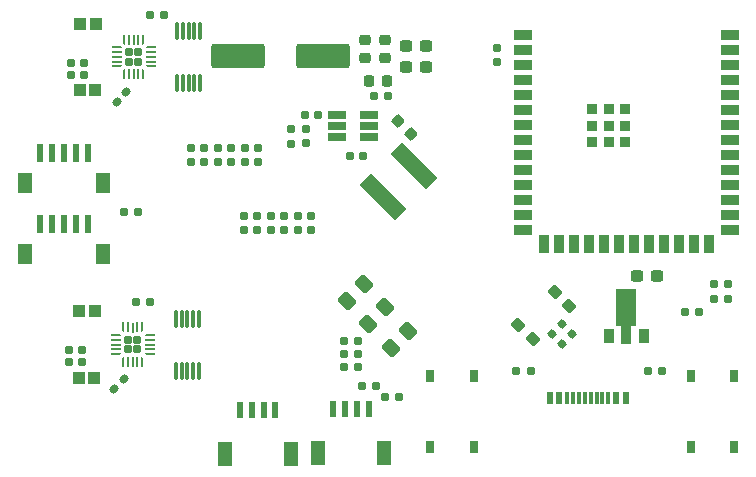
<source format=gbr>
%TF.GenerationSoftware,KiCad,Pcbnew,7.0.2*%
%TF.CreationDate,2023-10-03T18:08:59-04:00*%
%TF.ProjectId,mini_motor_go_V1_rev2,6d696e69-5f6d-46f7-946f-725f676f5f56,rev?*%
%TF.SameCoordinates,Original*%
%TF.FileFunction,Paste,Top*%
%TF.FilePolarity,Positive*%
%FSLAX46Y46*%
G04 Gerber Fmt 4.6, Leading zero omitted, Abs format (unit mm)*
G04 Created by KiCad (PCBNEW 7.0.2) date 2023-10-03 18:08:59*
%MOMM*%
%LPD*%
G01*
G04 APERTURE LIST*
G04 Aperture macros list*
%AMRoundRect*
0 Rectangle with rounded corners*
0 $1 Rounding radius*
0 $2 $3 $4 $5 $6 $7 $8 $9 X,Y pos of 4 corners*
0 Add a 4 corners polygon primitive as box body*
4,1,4,$2,$3,$4,$5,$6,$7,$8,$9,$2,$3,0*
0 Add four circle primitives for the rounded corners*
1,1,$1+$1,$2,$3*
1,1,$1+$1,$4,$5*
1,1,$1+$1,$6,$7*
1,1,$1+$1,$8,$9*
0 Add four rect primitives between the rounded corners*
20,1,$1+$1,$2,$3,$4,$5,0*
20,1,$1+$1,$4,$5,$6,$7,0*
20,1,$1+$1,$6,$7,$8,$9,0*
20,1,$1+$1,$8,$9,$2,$3,0*%
%AMRotRect*
0 Rectangle, with rotation*
0 The origin of the aperture is its center*
0 $1 length*
0 $2 width*
0 $3 Rotation angle, in degrees counterclockwise*
0 Add horizontal line*
21,1,$1,$2,0,0,$3*%
%AMFreePoly0*
4,1,14,0.110355,0.410355,0.125000,0.375000,0.125000,-0.375000,0.110355,-0.410355,0.075000,-0.425000,0.045711,-0.425000,0.010356,-0.410355,-0.110355,-0.289644,-0.125000,-0.254289,-0.125000,0.375000,-0.110355,0.410355,-0.075000,0.425000,0.075000,0.425000,0.110355,0.410355,0.110355,0.410355,$1*%
%AMFreePoly1*
4,1,14,0.110355,0.410355,0.125000,0.375000,0.125000,-0.254289,0.110355,-0.289644,-0.010356,-0.410355,-0.045711,-0.425000,-0.075000,-0.425000,-0.110355,-0.410355,-0.125000,-0.375000,-0.125000,0.375000,-0.110355,0.410355,-0.075000,0.425000,0.075000,0.425000,0.110355,0.410355,0.110355,0.410355,$1*%
%AMFreePoly2*
4,1,14,0.410355,0.110355,0.425000,0.075000,0.425000,-0.075000,0.410355,-0.110355,0.375000,-0.125000,-0.375000,-0.125000,-0.410355,-0.110355,-0.425000,-0.075000,-0.425000,-0.045711,-0.410355,-0.010356,-0.289644,0.110355,-0.254289,0.125000,0.375000,0.125000,0.410355,0.110355,0.410355,0.110355,$1*%
%AMFreePoly3*
4,1,14,0.410355,0.110355,0.425000,0.075000,0.425000,-0.075000,0.410355,-0.110355,0.375000,-0.125000,-0.254289,-0.125000,-0.289644,-0.110355,-0.410355,0.010356,-0.425000,0.045711,-0.425000,0.075000,-0.410355,0.110355,-0.375000,0.125000,0.375000,0.125000,0.410355,0.110355,0.410355,0.110355,$1*%
%AMFreePoly4*
4,1,14,-0.010356,0.410355,0.110355,0.289644,0.125000,0.254289,0.125000,-0.375000,0.110355,-0.410355,0.075000,-0.425000,-0.075000,-0.425000,-0.110355,-0.410355,-0.125000,-0.375000,-0.125000,0.375000,-0.110355,0.410355,-0.075000,0.425000,-0.045711,0.425000,-0.010356,0.410355,-0.010356,0.410355,$1*%
%AMFreePoly5*
4,1,14,0.110355,0.410355,0.125000,0.375000,0.125000,-0.375000,0.110355,-0.410355,0.075000,-0.425000,-0.075000,-0.425000,-0.110355,-0.410355,-0.125000,-0.375000,-0.125000,0.254289,-0.110355,0.289644,0.010356,0.410355,0.045711,0.425000,0.075000,0.425000,0.110355,0.410355,0.110355,0.410355,$1*%
%AMFreePoly6*
4,1,14,0.410355,0.110355,0.425000,0.075000,0.425000,0.045711,0.410355,0.010356,0.289644,-0.110355,0.254289,-0.125000,-0.375000,-0.125000,-0.410355,-0.110355,-0.425000,-0.075000,-0.425000,0.075000,-0.410355,0.110355,-0.375000,0.125000,0.375000,0.125000,0.410355,0.110355,0.410355,0.110355,$1*%
%AMFreePoly7*
4,1,14,0.289644,0.110355,0.410355,-0.010356,0.425000,-0.045711,0.425000,-0.075000,0.410355,-0.110355,0.375000,-0.125000,-0.375000,-0.125000,-0.410355,-0.110355,-0.425000,-0.075000,-0.425000,0.075000,-0.410355,0.110355,-0.375000,0.125000,0.254289,0.125000,0.289644,0.110355,0.289644,0.110355,$1*%
%AMFreePoly8*
4,1,9,3.862500,-0.866500,0.737500,-0.866500,0.737500,-0.450000,-0.737500,-0.450000,-0.737500,0.450000,0.737500,0.450000,0.737500,0.866500,3.862500,0.866500,3.862500,-0.866500,3.862500,-0.866500,$1*%
G04 Aperture macros list end*
%ADD10RoundRect,0.225000X0.335876X0.017678X0.017678X0.335876X-0.335876X-0.017678X-0.017678X-0.335876X0*%
%ADD11RoundRect,0.030000X0.120000X-0.695000X0.120000X0.695000X-0.120000X0.695000X-0.120000X-0.695000X0*%
%ADD12R,0.600000X1.100000*%
%ADD13R,0.300000X1.100000*%
%ADD14RotRect,1.400000X4.200000X225.000000*%
%ADD15RoundRect,0.225000X-0.250000X0.225000X-0.250000X-0.225000X0.250000X-0.225000X0.250000X0.225000X0*%
%ADD16RoundRect,0.225000X-0.225000X-0.250000X0.225000X-0.250000X0.225000X0.250000X-0.225000X0.250000X0*%
%ADD17RoundRect,0.250001X1.999999X0.799999X-1.999999X0.799999X-1.999999X-0.799999X1.999999X-0.799999X0*%
%ADD18RoundRect,0.160000X-0.252791X0.026517X0.026517X-0.252791X0.252791X-0.026517X-0.026517X0.252791X0*%
%ADD19R,1.200000X1.800000*%
%ADD20R,0.600000X1.550000*%
%ADD21R,0.599440X1.348740*%
%ADD22R,1.198880X1.998980*%
%ADD23RoundRect,0.250000X0.088388X-0.548008X0.548008X-0.088388X-0.088388X0.548008X-0.548008X0.088388X0*%
%ADD24RoundRect,0.237500X0.380070X-0.044194X-0.044194X0.380070X-0.380070X0.044194X0.044194X-0.380070X0*%
%ADD25RoundRect,0.155000X0.040659X0.259862X-0.259862X-0.040659X-0.040659X-0.259862X0.259862X0.040659X0*%
%ADD26RoundRect,0.160000X0.160000X-0.197500X0.160000X0.197500X-0.160000X0.197500X-0.160000X-0.197500X0*%
%ADD27FreePoly0,90.000000*%
%ADD28RoundRect,0.062500X0.362500X-0.062500X0.362500X0.062500X-0.362500X0.062500X-0.362500X-0.062500X0*%
%ADD29FreePoly1,90.000000*%
%ADD30FreePoly2,90.000000*%
%ADD31RoundRect,0.062500X0.062500X-0.362500X0.062500X0.362500X-0.062500X0.362500X-0.062500X-0.362500X0*%
%ADD32RoundRect,0.062500X0.062500X-0.350000X0.062500X0.350000X-0.062500X0.350000X-0.062500X-0.350000X0*%
%ADD33FreePoly3,90.000000*%
%ADD34FreePoly4,90.000000*%
%ADD35FreePoly5,90.000000*%
%ADD36FreePoly6,90.000000*%
%ADD37FreePoly7,90.000000*%
%ADD38RoundRect,0.172500X0.172500X-0.172500X0.172500X0.172500X-0.172500X0.172500X-0.172500X-0.172500X0*%
%ADD39RoundRect,0.160000X0.197500X0.160000X-0.197500X0.160000X-0.197500X-0.160000X0.197500X-0.160000X0*%
%ADD40RoundRect,0.160000X-0.197500X-0.160000X0.197500X-0.160000X0.197500X0.160000X-0.197500X0.160000X0*%
%ADD41RoundRect,0.155000X-0.212500X-0.155000X0.212500X-0.155000X0.212500X0.155000X-0.212500X0.155000X0*%
%ADD42R,1.100000X1.000000*%
%ADD43R,0.700000X1.000000*%
%ADD44RoundRect,0.155000X0.212500X0.155000X-0.212500X0.155000X-0.212500X-0.155000X0.212500X-0.155000X0*%
%ADD45R,1.500000X0.900000*%
%ADD46R,0.900000X1.500000*%
%ADD47R,0.900000X0.900000*%
%ADD48RoundRect,0.160000X-0.160000X0.197500X-0.160000X-0.197500X0.160000X-0.197500X0.160000X0.197500X0*%
%ADD49RoundRect,0.237500X-0.300000X-0.237500X0.300000X-0.237500X0.300000X0.237500X-0.300000X0.237500X0*%
%ADD50R,1.560000X0.650000*%
%ADD51RoundRect,0.237500X0.300000X0.237500X-0.300000X0.237500X-0.300000X-0.237500X0.300000X-0.237500X0*%
%ADD52R,0.900000X1.300000*%
%ADD53FreePoly8,90.000000*%
G04 APERTURE END LIST*
D10*
%TO.C,C17*%
X149385689Y-67658317D03*
X148289673Y-66562301D03*
%TD*%
D11*
%TO.C,U4*%
X129570599Y-63370400D03*
X130070599Y-63370400D03*
X130570599Y-63370400D03*
X131070599Y-63370400D03*
X131570599Y-63370400D03*
X131570599Y-58970400D03*
X131070599Y-58970400D03*
X130570599Y-58970400D03*
X130070599Y-58970400D03*
X129570599Y-58970400D03*
%TD*%
%TO.C,U3*%
X129479524Y-83326458D03*
X129979524Y-83326458D03*
X130479524Y-83326458D03*
X130979524Y-83326458D03*
X131479524Y-83326458D03*
X131479524Y-87726458D03*
X130979524Y-87726458D03*
X130479524Y-87726458D03*
X129979524Y-87726458D03*
X129479524Y-87726458D03*
%TD*%
D12*
%TO.C,J11*%
X161170000Y-90000000D03*
X161970000Y-90000000D03*
D13*
X163120000Y-90000000D03*
X164120000Y-90000000D03*
X164620000Y-90000000D03*
X165620000Y-90000000D03*
D12*
X167570000Y-90000000D03*
X166770000Y-90000000D03*
D13*
X166120000Y-90000000D03*
X165120000Y-90000000D03*
X163620000Y-90000000D03*
X162620000Y-90000000D03*
%TD*%
D14*
%TO.C,L1*%
X149633506Y-70349221D03*
X147017210Y-72965517D03*
%TD*%
D15*
%TO.C,C14*%
X147186000Y-59681000D03*
X147186000Y-61231000D03*
%TD*%
%TO.C,C12*%
X145546000Y-61231001D03*
X145546000Y-59681001D03*
%TD*%
D16*
%TO.C,C13*%
X145839073Y-63148198D03*
X147389073Y-63148198D03*
%TD*%
D17*
%TO.C,C10*%
X141935605Y-61085748D03*
X134735605Y-61085748D03*
%TD*%
D18*
%TO.C,R21*%
X163026065Y-84616637D03*
X162181073Y-83771645D03*
%TD*%
%TO.C,R20*%
X161356561Y-84630176D03*
X162201553Y-85475168D03*
%TD*%
D19*
%TO.C,J13*%
X116737570Y-71826563D03*
X123337570Y-71826563D03*
D20*
X118037570Y-69301563D03*
X119037570Y-69301563D03*
X120037570Y-69301563D03*
X121037570Y-69301563D03*
X122037570Y-69301563D03*
%TD*%
D19*
%TO.C,J12*%
X116735000Y-77825000D03*
X123335000Y-77825000D03*
D20*
X118035000Y-75300000D03*
X119035000Y-75300000D03*
X120035000Y-75300000D03*
X121035000Y-75300000D03*
X122035000Y-75300000D03*
%TD*%
D21*
%TO.C,J5*%
X134931920Y-91075680D03*
X135932680Y-91075680D03*
X136928360Y-91075680D03*
X137929120Y-91075680D03*
D22*
X139229600Y-94748520D03*
X133631440Y-94748520D03*
%TD*%
D21*
%TO.C,J3*%
X142834173Y-90985775D03*
X143834933Y-90985775D03*
X144830613Y-90985775D03*
X145831373Y-90985775D03*
D22*
X147131853Y-94658615D03*
X141533693Y-94658615D03*
%TD*%
D23*
%TO.C,D3 < 3v3*%
X143964089Y-81823779D03*
X145413657Y-80374211D03*
%TD*%
%TO.C,D2 < io38*%
X145748052Y-83781402D03*
X147197620Y-82331834D03*
%TD*%
%TO.C,D1 < io8*%
X149155179Y-84329127D03*
X147705611Y-85778695D03*
%TD*%
D24*
%TO.C,C20*%
X159722421Y-85046421D03*
X158502661Y-83826661D03*
%TD*%
%TO.C,C19*%
X162791634Y-82231208D03*
X161571874Y-81011448D03*
%TD*%
D25*
%TO.C,C2*%
X125104280Y-88414457D03*
X124301714Y-89217023D03*
%TD*%
D26*
%TO.C,R14*%
X135331749Y-70060966D03*
X135331749Y-68865966D03*
%TD*%
D27*
%TO.C,U2*%
X124481600Y-61936400D03*
D28*
X124481600Y-61536400D03*
X124481600Y-61136400D03*
X124481600Y-60736400D03*
D29*
X124481600Y-60336400D03*
D30*
X125131600Y-59686400D03*
D31*
X125531600Y-59686400D03*
D32*
X125931600Y-59698900D03*
D31*
X126331600Y-59686400D03*
D33*
X126731600Y-59686400D03*
D34*
X127381600Y-60336400D03*
D28*
X127381600Y-60736400D03*
X127381600Y-61136400D03*
X127381600Y-61536400D03*
D35*
X127381600Y-61936400D03*
D36*
X126731600Y-62586400D03*
D31*
X126331600Y-62586400D03*
X125931600Y-62586400D03*
X125531600Y-62586400D03*
D37*
X125131600Y-62586400D03*
D38*
X126331600Y-60736400D03*
X125531600Y-60736400D03*
X126331600Y-61536400D03*
X125531600Y-61536400D03*
%TD*%
D26*
%TO.C,R7*%
X133052632Y-70058317D03*
X133052632Y-68863317D03*
%TD*%
D39*
%TO.C,R25*%
X173781468Y-82714817D03*
X172586468Y-82714817D03*
%TD*%
D40*
%TO.C,R17*%
X146242500Y-64472000D03*
X147437500Y-64472000D03*
%TD*%
D39*
%TO.C,R33*%
X144925100Y-85160104D03*
X143730100Y-85160104D03*
%TD*%
D41*
%TO.C,C6*%
X120616900Y-62664000D03*
X121751900Y-62664000D03*
%TD*%
D42*
%TO.C,R1*%
X122602301Y-88288832D03*
X121302301Y-88288832D03*
%TD*%
D39*
%TO.C,R22*%
X144932658Y-86282843D03*
X143737658Y-86282843D03*
%TD*%
D26*
%TO.C,R5*%
X131909969Y-70061889D03*
X131909969Y-68866889D03*
%TD*%
D39*
%TO.C,R24*%
X170642456Y-87745727D03*
X169447456Y-87745727D03*
%TD*%
D26*
%TO.C,R19*%
X140485388Y-68458015D03*
X140485388Y-67263015D03*
%TD*%
D43*
%TO.C,J7*%
X173084000Y-94138000D03*
X173084000Y-88138000D03*
X176784000Y-94138000D03*
X176784000Y-88138000D03*
%TD*%
D44*
%TO.C,C5*%
X121749900Y-61643600D03*
X120614900Y-61643600D03*
%TD*%
D26*
%TO.C,R9*%
X130769483Y-70064606D03*
X130769483Y-68869606D03*
%TD*%
D45*
%TO.C,U1*%
X158890000Y-59260000D03*
X158890000Y-60530000D03*
X158890000Y-61800000D03*
X158890000Y-63070000D03*
X158890000Y-64340000D03*
X158890000Y-65610000D03*
X158890000Y-66880000D03*
X158890000Y-68150000D03*
X158890000Y-69420000D03*
X158890000Y-70690000D03*
X158890000Y-71960000D03*
X158890000Y-73230000D03*
X158890000Y-74500000D03*
X158890000Y-75770000D03*
D46*
X160655000Y-77020000D03*
X161925000Y-77020000D03*
X163195000Y-77020000D03*
X164465000Y-77020000D03*
X165735000Y-77020000D03*
X167005000Y-77020000D03*
X168275000Y-77020000D03*
X169545000Y-77020000D03*
X170815000Y-77020000D03*
X172085000Y-77020000D03*
X173355000Y-77020000D03*
X174625000Y-77020000D03*
D45*
X176390000Y-75770000D03*
X176390000Y-74500000D03*
X176390000Y-73230000D03*
X176390000Y-71960000D03*
X176390000Y-70690000D03*
X176390000Y-69420000D03*
X176390000Y-68150000D03*
X176390000Y-66880000D03*
X176390000Y-65610000D03*
X176390000Y-64340000D03*
X176390000Y-63070000D03*
X176390000Y-61800000D03*
X176390000Y-60530000D03*
X176390000Y-59260000D03*
D47*
X164740000Y-65580000D03*
X164740000Y-66980000D03*
X164740000Y-68380000D03*
X166140000Y-65580000D03*
X166140000Y-66980000D03*
X166140000Y-68380000D03*
X167540000Y-65580000D03*
X167540000Y-66980000D03*
X167540000Y-68380000D03*
%TD*%
D26*
%TO.C,R10*%
X136472512Y-70058831D03*
X136472512Y-68863831D03*
%TD*%
D40*
%TO.C,R23*%
X158335161Y-87723495D03*
X159530161Y-87723495D03*
%TD*%
D48*
%TO.C,R11*%
X138669287Y-74616736D03*
X138669287Y-75811736D03*
%TD*%
%TO.C,R3*%
X140923006Y-74617427D03*
X140923006Y-75812427D03*
%TD*%
D40*
%TO.C,R27*%
X175035536Y-80395264D03*
X176230536Y-80395264D03*
%TD*%
%TO.C,R26*%
X175034864Y-81603353D03*
X176229864Y-81603353D03*
%TD*%
D44*
%TO.C,C1*%
X121565890Y-85977162D03*
X120430890Y-85977162D03*
%TD*%
D41*
%TO.C,C3*%
X120435690Y-87000768D03*
X121570690Y-87000768D03*
%TD*%
D49*
%TO.C,C18*%
X168539500Y-79712000D03*
X170264500Y-79712000D03*
%TD*%
D43*
%TO.C,J6*%
X151024197Y-94152726D03*
X151024197Y-88152726D03*
X154724197Y-94152726D03*
X154724197Y-88152726D03*
%TD*%
D42*
%TO.C,R2*%
X122616183Y-82673249D03*
X121316183Y-82673249D03*
%TD*%
D48*
%TO.C,R13*%
X136395397Y-74608928D03*
X136395397Y-75803928D03*
%TD*%
D50*
%TO.C,U7*%
X145856000Y-67934001D03*
X145856000Y-66984001D03*
X145856000Y-66034001D03*
X143156000Y-66034001D03*
X143156000Y-66984001D03*
X143156000Y-67934001D03*
%TD*%
D44*
%TO.C,C8*%
X128465516Y-57615537D03*
X127330516Y-57615537D03*
%TD*%
D40*
%TO.C,R29*%
X145240150Y-88987791D03*
X146435150Y-88987791D03*
%TD*%
%TO.C,R31*%
X125072469Y-74246958D03*
X126267469Y-74246958D03*
%TD*%
D48*
%TO.C,R30*%
X156723042Y-60354469D03*
X156723042Y-61549469D03*
%TD*%
D42*
%TO.C,R15*%
X122692299Y-63932415D03*
X121392299Y-63932415D03*
%TD*%
D48*
%TO.C,R6*%
X139819775Y-74626944D03*
X139819775Y-75821944D03*
%TD*%
D39*
%TO.C,R32*%
X144924463Y-87422886D03*
X143729463Y-87422886D03*
%TD*%
D41*
%TO.C,C16*%
X140402500Y-66046001D03*
X141537500Y-66046001D03*
%TD*%
D51*
%TO.C,C11*%
X150676500Y-61998000D03*
X148951500Y-61998000D03*
%TD*%
D26*
%TO.C,R12*%
X134192940Y-70059409D03*
X134192940Y-68864409D03*
%TD*%
D51*
%TO.C,C9*%
X150676500Y-60190000D03*
X148951500Y-60190000D03*
%TD*%
D25*
%TO.C,C7*%
X125290615Y-64145637D03*
X124488049Y-64948203D03*
%TD*%
D42*
%TO.C,R16*%
X122707923Y-58313966D03*
X121407923Y-58313966D03*
%TD*%
D27*
%TO.C,U5*%
X124389938Y-86294093D03*
D28*
X124389938Y-85894093D03*
X124389938Y-85494093D03*
X124389938Y-85094093D03*
D29*
X124389938Y-84694093D03*
D30*
X125039938Y-84044093D03*
D31*
X125439938Y-84044093D03*
D32*
X125839938Y-84056593D03*
D31*
X126239938Y-84044093D03*
D33*
X126639938Y-84044093D03*
D34*
X127289938Y-84694093D03*
D28*
X127289938Y-85094093D03*
X127289938Y-85494093D03*
X127289938Y-85894093D03*
D35*
X127289938Y-86294093D03*
D36*
X126639938Y-86944093D03*
D31*
X126239938Y-86944093D03*
X125839938Y-86944093D03*
X125439938Y-86944093D03*
D37*
X125039938Y-86944093D03*
D38*
X126239938Y-85094093D03*
X125439938Y-85094093D03*
X126239938Y-85894093D03*
X125439938Y-85894093D03*
%TD*%
D39*
%TO.C,R28*%
X148409250Y-89929808D03*
X147214250Y-89929808D03*
%TD*%
D48*
%TO.C,R8*%
X135252962Y-74610975D03*
X135252962Y-75805975D03*
%TD*%
D44*
%TO.C,C15*%
X145339500Y-69528000D03*
X144204500Y-69528000D03*
%TD*%
D52*
%TO.C,U6*%
X166140001Y-84754000D03*
D53*
X167640001Y-84666500D03*
D52*
X169140001Y-84754000D03*
%TD*%
D44*
%TO.C,C4*%
X127292400Y-81891401D03*
X126157400Y-81891401D03*
%TD*%
D26*
%TO.C,R18*%
X139274867Y-68481496D03*
X139274867Y-67286496D03*
%TD*%
D48*
%TO.C,R4*%
X137516133Y-74612031D03*
X137516133Y-75807031D03*
%TD*%
M02*

</source>
